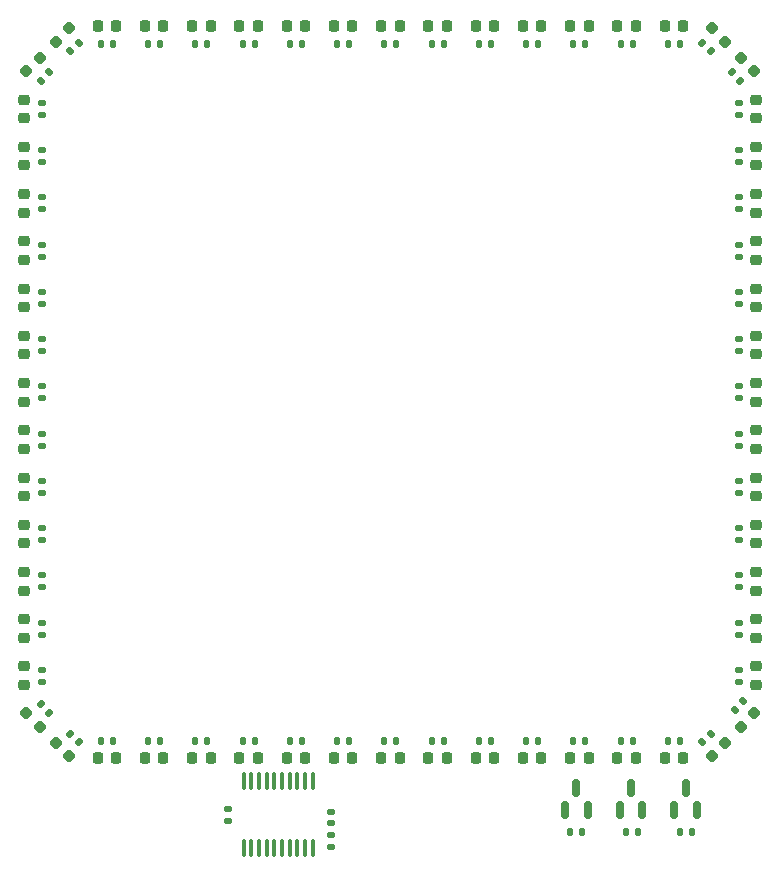
<source format=gtp>
G04 #@! TF.GenerationSoftware,KiCad,Pcbnew,8.0.5-1.fc40*
G04 #@! TF.CreationDate,2024-11-12T05:50:39-08:00*
G04 #@! TF.ProjectId,2024-supercon-sign-sao,32303234-2d73-4757-9065-72636f6e2d73,rev?*
G04 #@! TF.SameCoordinates,Original*
G04 #@! TF.FileFunction,Paste,Top*
G04 #@! TF.FilePolarity,Positive*
%FSLAX46Y46*%
G04 Gerber Fmt 4.6, Leading zero omitted, Abs format (unit mm)*
G04 Created by KiCad (PCBNEW 8.0.5-1.fc40) date 2024-11-12 05:50:39*
%MOMM*%
%LPD*%
G01*
G04 APERTURE LIST*
G04 Aperture macros list*
%AMRoundRect*
0 Rectangle with rounded corners*
0 $1 Rounding radius*
0 $2 $3 $4 $5 $6 $7 $8 $9 X,Y pos of 4 corners*
0 Add a 4 corners polygon primitive as box body*
4,1,4,$2,$3,$4,$5,$6,$7,$8,$9,$2,$3,0*
0 Add four circle primitives for the rounded corners*
1,1,$1+$1,$2,$3*
1,1,$1+$1,$4,$5*
1,1,$1+$1,$6,$7*
1,1,$1+$1,$8,$9*
0 Add four rect primitives between the rounded corners*
20,1,$1+$1,$2,$3,$4,$5,0*
20,1,$1+$1,$4,$5,$6,$7,0*
20,1,$1+$1,$6,$7,$8,$9,0*
20,1,$1+$1,$8,$9,$2,$3,0*%
G04 Aperture macros list end*
%ADD10RoundRect,0.135000X-0.135000X-0.185000X0.135000X-0.185000X0.135000X0.185000X-0.135000X0.185000X0*%
%ADD11RoundRect,0.218750X-0.218750X-0.256250X0.218750X-0.256250X0.218750X0.256250X-0.218750X0.256250X0*%
%ADD12RoundRect,0.218750X0.256250X-0.218750X0.256250X0.218750X-0.256250X0.218750X-0.256250X-0.218750X0*%
%ADD13RoundRect,0.218750X0.026517X-0.335876X0.335876X-0.026517X-0.026517X0.335876X-0.335876X0.026517X0*%
%ADD14RoundRect,0.135000X0.035355X-0.226274X0.226274X-0.035355X-0.035355X0.226274X-0.226274X0.035355X0*%
%ADD15RoundRect,0.135000X0.185000X-0.135000X0.185000X0.135000X-0.185000X0.135000X-0.185000X-0.135000X0*%
%ADD16RoundRect,0.150000X0.150000X-0.587500X0.150000X0.587500X-0.150000X0.587500X-0.150000X-0.587500X0*%
%ADD17RoundRect,0.135000X-0.226274X-0.035355X-0.035355X-0.226274X0.226274X0.035355X0.035355X0.226274X0*%
%ADD18RoundRect,0.140000X0.170000X-0.140000X0.170000X0.140000X-0.170000X0.140000X-0.170000X-0.140000X0*%
%ADD19RoundRect,0.218750X-0.026517X0.335876X-0.335876X0.026517X0.026517X-0.335876X0.335876X-0.026517X0*%
%ADD20RoundRect,0.135000X-0.185000X0.135000X-0.185000X-0.135000X0.185000X-0.135000X0.185000X0.135000X0*%
%ADD21RoundRect,0.135000X0.226274X0.035355X0.035355X0.226274X-0.226274X-0.035355X-0.035355X-0.226274X0*%
%ADD22RoundRect,0.218750X0.335876X0.026517X0.026517X0.335876X-0.335876X-0.026517X-0.026517X-0.335876X0*%
%ADD23RoundRect,0.218750X-0.335876X-0.026517X-0.026517X-0.335876X0.335876X0.026517X0.026517X0.335876X0*%
%ADD24RoundRect,0.100000X0.100000X-0.637500X0.100000X0.637500X-0.100000X0.637500X-0.100000X-0.637500X0*%
%ADD25RoundRect,0.135000X-0.035355X0.226274X-0.226274X0.035355X0.035355X-0.226274X0.226274X-0.035355X0*%
%ADD26RoundRect,0.140000X-0.170000X0.140000X-0.170000X-0.140000X0.170000X-0.140000X0.170000X0.140000X0*%
G04 APERTURE END LIST*
D10*
G04 #@! TO.C,R54*
X121490000Y-128500000D03*
X122510000Y-128500000D03*
G04 #@! TD*
D11*
G04 #@! TO.C,DB10*
X149212500Y-68000000D03*
X150787500Y-68000000D03*
G04 #@! TD*
D12*
G04 #@! TO.C,DC13*
X157000000Y-103787500D03*
X157000000Y-102212500D03*
G04 #@! TD*
D13*
G04 #@! TO.C,DA6*
X97693153Y-69306847D03*
X98806847Y-68193153D03*
G04 #@! TD*
D11*
G04 #@! TO.C,DB18*
X125212500Y-130000000D03*
X126787500Y-130000000D03*
G04 #@! TD*
D10*
G04 #@! TO.C,R47*
X149490000Y-128500000D03*
X150510000Y-128500000D03*
G04 #@! TD*
D12*
G04 #@! TO.C,DB12*
X157000000Y-87787500D03*
X157000000Y-86212500D03*
G04 #@! TD*
D14*
G04 #@! TO.C,R15*
X96389376Y-72610624D03*
X97110624Y-71889376D03*
G04 #@! TD*
D11*
G04 #@! TO.C,DA19*
X117212500Y-130000000D03*
X118787500Y-130000000D03*
G04 #@! TD*
D15*
G04 #@! TO.C,R41*
X155500000Y-111509999D03*
X155500000Y-110490001D03*
G04 #@! TD*
D10*
G04 #@! TO.C,R27*
X141490000Y-69500000D03*
X142510000Y-69500000D03*
G04 #@! TD*
D11*
G04 #@! TO.C,DC17*
X133212500Y-130000000D03*
X134787500Y-130000000D03*
G04 #@! TD*
D10*
G04 #@! TO.C,R28*
X145490000Y-69500000D03*
X146510000Y-69500000D03*
G04 #@! TD*
G04 #@! TO.C,R59*
X101490000Y-128500000D03*
X102510000Y-128500000D03*
G04 #@! TD*
G04 #@! TO.C,R23*
X125490000Y-69500000D03*
X126510000Y-69500000D03*
G04 #@! TD*
D16*
G04 #@! TO.C,Q2*
X145425001Y-134375000D03*
X147325001Y-134375000D03*
X146375001Y-132499999D03*
G04 #@! TD*
G04 #@! TO.C,Q3*
X150050000Y-134375001D03*
X151950000Y-134375001D03*
X151000000Y-132500000D03*
G04 #@! TD*
D10*
G04 #@! TO.C,R20*
X113490000Y-69500000D03*
X114510000Y-69500000D03*
G04 #@! TD*
D11*
G04 #@! TO.C,DC9*
X141212500Y-68000000D03*
X142787500Y-68000000D03*
G04 #@! TD*
D10*
G04 #@! TO.C,R56*
X113490000Y-128500000D03*
X114510000Y-128500000D03*
G04 #@! TD*
D15*
G04 #@! TO.C,R40*
X155500000Y-107509999D03*
X155500000Y-106490001D03*
G04 #@! TD*
D11*
G04 #@! TO.C,DA8*
X121212500Y-68000000D03*
X122787500Y-68000000D03*
G04 #@! TD*
G04 #@! TO.C,DA7*
X109212500Y-68000000D03*
X110787500Y-68000000D03*
G04 #@! TD*
D17*
G04 #@! TO.C,R31*
X154889376Y-71889376D03*
X155610624Y-72610624D03*
G04 #@! TD*
D12*
G04 #@! TO.C,DB13*
X157000000Y-99787500D03*
X157000000Y-98212500D03*
G04 #@! TD*
D18*
G04 #@! TO.C,C1*
X121000000Y-135480000D03*
X121000000Y-134520000D03*
G04 #@! TD*
D10*
G04 #@! TO.C,R51*
X133490000Y-128500000D03*
X134510000Y-128500000D03*
G04 #@! TD*
D19*
G04 #@! TO.C,DA16*
X154306847Y-128693153D03*
X153193153Y-129806847D03*
G04 #@! TD*
D11*
G04 #@! TO.C,DB17*
X137212500Y-130000000D03*
X138787500Y-130000000D03*
G04 #@! TD*
D12*
G04 #@! TO.C,DA4*
X95000000Y-91787500D03*
X95000000Y-90212500D03*
G04 #@! TD*
G04 #@! TO.C,DB5*
X95000000Y-75787500D03*
X95000000Y-74212500D03*
G04 #@! TD*
D10*
G04 #@! TO.C,R63*
X145990001Y-136250000D03*
X147009999Y-136250000D03*
G04 #@! TD*
D11*
G04 #@! TO.C,DB19*
X113212500Y-130000000D03*
X114787500Y-130000000D03*
G04 #@! TD*
D14*
G04 #@! TO.C,R16*
X98889376Y-70110624D03*
X99610624Y-69389376D03*
G04 #@! TD*
D12*
G04 #@! TO.C,DA12*
X157000000Y-83787500D03*
X157000000Y-82212500D03*
G04 #@! TD*
D15*
G04 #@! TO.C,R11*
X96500000Y-87509999D03*
X96500000Y-86490001D03*
G04 #@! TD*
D10*
G04 #@! TO.C,R62*
X141240001Y-136250000D03*
X142259999Y-136250000D03*
G04 #@! TD*
G04 #@! TO.C,R22*
X121490000Y-69500000D03*
X122510000Y-69500000D03*
G04 #@! TD*
D15*
G04 #@! TO.C,R35*
X155500000Y-87509999D03*
X155500000Y-86490001D03*
G04 #@! TD*
D11*
G04 #@! TO.C,DB7*
X113212500Y-68000000D03*
X114787500Y-68000000D03*
G04 #@! TD*
D12*
G04 #@! TO.C,DC14*
X157000000Y-115787500D03*
X157000000Y-114212500D03*
G04 #@! TD*
D10*
G04 #@! TO.C,R21*
X117490000Y-69500000D03*
X118510000Y-69500000D03*
G04 #@! TD*
D12*
G04 #@! TO.C,DA2*
X95000000Y-115787500D03*
X95000000Y-114212500D03*
G04 #@! TD*
D15*
G04 #@! TO.C,R2*
X96500000Y-123509999D03*
X96500000Y-122490001D03*
G04 #@! TD*
G04 #@! TO.C,R42*
X155500000Y-115509999D03*
X155500000Y-114490001D03*
G04 #@! TD*
D10*
G04 #@! TO.C,R48*
X145490000Y-128500000D03*
X146510000Y-128500000D03*
G04 #@! TD*
D12*
G04 #@! TO.C,DC12*
X157000000Y-91787500D03*
X157000000Y-90212500D03*
G04 #@! TD*
G04 #@! TO.C,DA13*
X157000000Y-95787500D03*
X157000000Y-94212500D03*
G04 #@! TD*
D11*
G04 #@! TO.C,DB20*
X101212500Y-130000000D03*
X102787500Y-130000000D03*
G04 #@! TD*
D15*
G04 #@! TO.C,R10*
X96500000Y-91509999D03*
X96500000Y-90490001D03*
G04 #@! TD*
D12*
G04 #@! TO.C,DA15*
X157000000Y-119787500D03*
X157000000Y-118212500D03*
G04 #@! TD*
D11*
G04 #@! TO.C,DC18*
X121212500Y-130000000D03*
X122787500Y-130000000D03*
G04 #@! TD*
D10*
G04 #@! TO.C,R53*
X125490000Y-128500000D03*
X126510000Y-128500000D03*
G04 #@! TD*
D13*
G04 #@! TO.C,DC5*
X95193153Y-71806847D03*
X96306847Y-70693153D03*
G04 #@! TD*
D15*
G04 #@! TO.C,R12*
X96500000Y-83509999D03*
X96500000Y-82490001D03*
G04 #@! TD*
D10*
G04 #@! TO.C,R55*
X117490000Y-128500000D03*
X118510000Y-128500000D03*
G04 #@! TD*
D12*
G04 #@! TO.C,DA3*
X95000000Y-103787500D03*
X95000000Y-102212500D03*
G04 #@! TD*
D15*
G04 #@! TO.C,R7*
X96500000Y-103509999D03*
X96500000Y-102490001D03*
G04 #@! TD*
D20*
G04 #@! TO.C,R61*
X112250000Y-134240001D03*
X112250000Y-135259999D03*
G04 #@! TD*
D10*
G04 #@! TO.C,R19*
X109490000Y-69500000D03*
X110510000Y-69500000D03*
G04 #@! TD*
G04 #@! TO.C,R18*
X105490000Y-69500000D03*
X106510000Y-69500000D03*
G04 #@! TD*
D12*
G04 #@! TO.C,DA5*
X95000000Y-79787500D03*
X95000000Y-78212500D03*
G04 #@! TD*
D15*
G04 #@! TO.C,R32*
X155500000Y-75509999D03*
X155500000Y-74490001D03*
G04 #@! TD*
D12*
G04 #@! TO.C,DA14*
X157000000Y-107787500D03*
X157000000Y-106212500D03*
G04 #@! TD*
D10*
G04 #@! TO.C,R17*
X101490000Y-69500000D03*
X102510000Y-69500000D03*
G04 #@! TD*
D15*
G04 #@! TO.C,R5*
X96500000Y-111509999D03*
X96500000Y-110490001D03*
G04 #@! TD*
D21*
G04 #@! TO.C,R1*
X97110624Y-126110624D03*
X96389376Y-125389376D03*
G04 #@! TD*
D11*
G04 #@! TO.C,DA9*
X133212500Y-68000000D03*
X134787500Y-68000000D03*
G04 #@! TD*
D15*
G04 #@! TO.C,R34*
X155500000Y-83509999D03*
X155500000Y-82490001D03*
G04 #@! TD*
D11*
G04 #@! TO.C,DB9*
X137212500Y-68000000D03*
X138787500Y-68000000D03*
G04 #@! TD*
D10*
G04 #@! TO.C,R29*
X149490000Y-69500000D03*
X150510000Y-69500000D03*
G04 #@! TD*
D16*
G04 #@! TO.C,Q1*
X140800000Y-134375000D03*
X142700000Y-134375000D03*
X141750000Y-132499999D03*
G04 #@! TD*
D12*
G04 #@! TO.C,DB14*
X157000000Y-111787500D03*
X157000000Y-110212500D03*
G04 #@! TD*
G04 #@! TO.C,DB11*
X157000000Y-75787500D03*
X157000000Y-74212500D03*
G04 #@! TD*
D21*
G04 #@! TO.C,R60*
X99610624Y-128610624D03*
X98889376Y-127889376D03*
G04 #@! TD*
D15*
G04 #@! TO.C,R14*
X96500000Y-75509999D03*
X96500000Y-74490001D03*
G04 #@! TD*
D10*
G04 #@! TO.C,R26*
X137490000Y-69500000D03*
X138510000Y-69500000D03*
G04 #@! TD*
G04 #@! TO.C,R50*
X137480000Y-128500000D03*
X138500000Y-128500000D03*
G04 #@! TD*
D12*
G04 #@! TO.C,DB4*
X95000000Y-87787500D03*
X95000000Y-86212500D03*
G04 #@! TD*
D15*
G04 #@! TO.C,R3*
X96500000Y-119509999D03*
X96500000Y-118490001D03*
G04 #@! TD*
D11*
G04 #@! TO.C,DC7*
X117212500Y-68000000D03*
X118787500Y-68000000D03*
G04 #@! TD*
D12*
G04 #@! TO.C,DB15*
X157000000Y-123787500D03*
X157000000Y-122212500D03*
G04 #@! TD*
D22*
G04 #@! TO.C,DA1*
X96306847Y-127306847D03*
X95193153Y-126193153D03*
G04 #@! TD*
D11*
G04 #@! TO.C,DC6*
X105212500Y-68000000D03*
X106787500Y-68000000D03*
G04 #@! TD*
D12*
G04 #@! TO.C,DB2*
X95000000Y-111787500D03*
X95000000Y-110212500D03*
G04 #@! TD*
D15*
G04 #@! TO.C,R9*
X96500000Y-95509999D03*
X96500000Y-94490001D03*
G04 #@! TD*
D10*
G04 #@! TO.C,R57*
X109490000Y-128500000D03*
X110510000Y-128500000D03*
G04 #@! TD*
D11*
G04 #@! TO.C,DA10*
X145212500Y-68000000D03*
X146787500Y-68000000D03*
G04 #@! TD*
D23*
G04 #@! TO.C,DC10*
X153193153Y-68193153D03*
X154306847Y-69306847D03*
G04 #@! TD*
D12*
G04 #@! TO.C,DC11*
X157000000Y-79787500D03*
X157000000Y-78212500D03*
G04 #@! TD*
D10*
G04 #@! TO.C,R64*
X150490001Y-136250000D03*
X151509999Y-136250000D03*
G04 #@! TD*
D24*
G04 #@! TO.C,U1*
X113575000Y-137612500D03*
X114225000Y-137612500D03*
X114875000Y-137612500D03*
X115525000Y-137612500D03*
X116175000Y-137612500D03*
X116825000Y-137612500D03*
X117475000Y-137612500D03*
X118125000Y-137612500D03*
X118775000Y-137612500D03*
X119425000Y-137612500D03*
X119425000Y-131887500D03*
X118775000Y-131887500D03*
X118125000Y-131887500D03*
X117475000Y-131887500D03*
X116825000Y-131887500D03*
X116175000Y-131887500D03*
X115525000Y-131887500D03*
X114875000Y-131887500D03*
X114225000Y-131887500D03*
X113575000Y-131887500D03*
G04 #@! TD*
D11*
G04 #@! TO.C,DC8*
X129212500Y-68000000D03*
X130787500Y-68000000D03*
G04 #@! TD*
D12*
G04 #@! TO.C,DB1*
X95000000Y-123787500D03*
X95000000Y-122212500D03*
G04 #@! TD*
D15*
G04 #@! TO.C,R4*
X96500000Y-115509999D03*
X96500000Y-114490001D03*
G04 #@! TD*
D19*
G04 #@! TO.C,DC15*
X156806847Y-126193153D03*
X155693153Y-127306847D03*
G04 #@! TD*
D12*
G04 #@! TO.C,DC4*
X95000000Y-83787500D03*
X95000000Y-82212500D03*
G04 #@! TD*
D15*
G04 #@! TO.C,R39*
X155500000Y-103509999D03*
X155500000Y-102490001D03*
G04 #@! TD*
G04 #@! TO.C,R8*
X96500000Y-99509999D03*
X96500000Y-98490001D03*
G04 #@! TD*
D11*
G04 #@! TO.C,DA17*
X141212500Y-130000000D03*
X142787500Y-130000000D03*
G04 #@! TD*
D22*
G04 #@! TO.C,DC20*
X98806847Y-129806847D03*
X97693153Y-128693153D03*
G04 #@! TD*
D11*
G04 #@! TO.C,DC16*
X145212500Y-130000000D03*
X146787500Y-130000000D03*
G04 #@! TD*
D12*
G04 #@! TO.C,DC3*
X95000000Y-95787500D03*
X95000000Y-94212500D03*
G04 #@! TD*
D25*
G04 #@! TO.C,R46*
X153110624Y-127889376D03*
X152389376Y-128610624D03*
G04 #@! TD*
D17*
G04 #@! TO.C,R30*
X152389376Y-69389376D03*
X153110624Y-70110624D03*
G04 #@! TD*
D11*
G04 #@! TO.C,DB6*
X101212500Y-68000000D03*
X102787500Y-68000000D03*
G04 #@! TD*
D15*
G04 #@! TO.C,R33*
X155500000Y-79509999D03*
X155500000Y-78490001D03*
G04 #@! TD*
D11*
G04 #@! TO.C,DA20*
X105212500Y-130000000D03*
X106787500Y-130000000D03*
G04 #@! TD*
D12*
G04 #@! TO.C,DB3*
X95000000Y-99787500D03*
X95000000Y-98212500D03*
G04 #@! TD*
D10*
G04 #@! TO.C,R58*
X105490000Y-128500000D03*
X106510000Y-128500000D03*
G04 #@! TD*
D15*
G04 #@! TO.C,R13*
X96500000Y-79509999D03*
X96500000Y-78490001D03*
G04 #@! TD*
D12*
G04 #@! TO.C,DC1*
X95000000Y-119787500D03*
X95000000Y-118212500D03*
G04 #@! TD*
D11*
G04 #@! TO.C,DB16*
X149212500Y-130000000D03*
X150787500Y-130000000D03*
G04 #@! TD*
D15*
G04 #@! TO.C,R6*
X96500000Y-107509999D03*
X96500000Y-106490001D03*
G04 #@! TD*
D11*
G04 #@! TO.C,DC19*
X109212500Y-130000000D03*
X110787500Y-130000000D03*
G04 #@! TD*
D12*
G04 #@! TO.C,DC2*
X95000000Y-107787500D03*
X95000000Y-106212500D03*
G04 #@! TD*
D15*
G04 #@! TO.C,R38*
X155500000Y-99509999D03*
X155500000Y-98490001D03*
G04 #@! TD*
G04 #@! TO.C,R37*
X155500000Y-95509999D03*
X155500000Y-94490001D03*
G04 #@! TD*
G04 #@! TO.C,R44*
X155500000Y-123509999D03*
X155500000Y-122490001D03*
G04 #@! TD*
D11*
G04 #@! TO.C,DB8*
X125212500Y-68000000D03*
X126787500Y-68000000D03*
G04 #@! TD*
D26*
G04 #@! TO.C,C2*
X121000000Y-136520000D03*
X121000000Y-137480000D03*
G04 #@! TD*
D10*
G04 #@! TO.C,R24*
X129490000Y-69500000D03*
X130510000Y-69500000D03*
G04 #@! TD*
D23*
G04 #@! TO.C,DA11*
X155693153Y-70693153D03*
X156806847Y-71806847D03*
G04 #@! TD*
D11*
G04 #@! TO.C,DA18*
X129212500Y-130000000D03*
X130787500Y-130000000D03*
G04 #@! TD*
D10*
G04 #@! TO.C,R52*
X129490000Y-128500000D03*
X130510000Y-128500000D03*
G04 #@! TD*
D25*
G04 #@! TO.C,R45*
X155860624Y-125139376D03*
X155139376Y-125860624D03*
G04 #@! TD*
D15*
G04 #@! TO.C,R36*
X155500000Y-91509999D03*
X155500000Y-90490001D03*
G04 #@! TD*
G04 #@! TO.C,R43*
X155500000Y-119509999D03*
X155500000Y-118490001D03*
G04 #@! TD*
D10*
G04 #@! TO.C,R49*
X141490000Y-128500000D03*
X142510000Y-128500000D03*
G04 #@! TD*
G04 #@! TO.C,R25*
X133490000Y-69500000D03*
X134510000Y-69500000D03*
G04 #@! TD*
M02*

</source>
